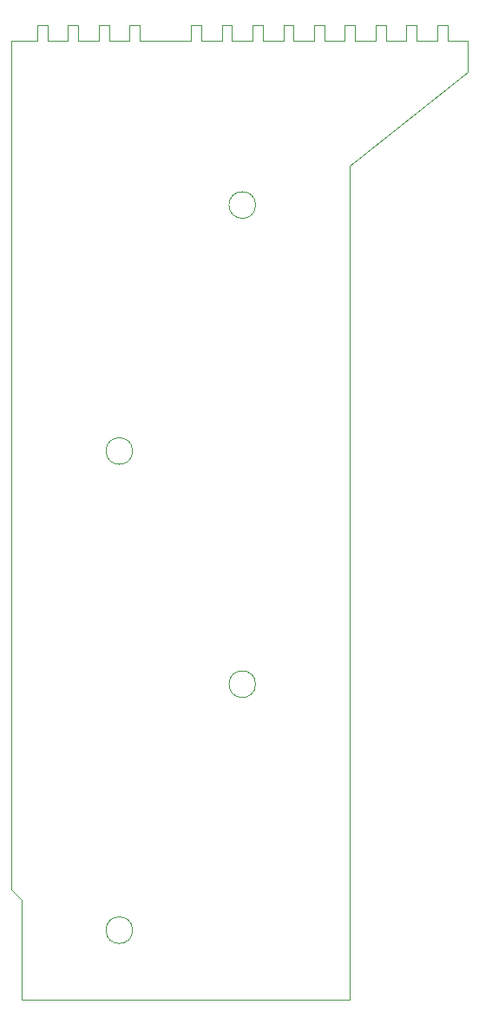
<source format=gbr>
%TF.GenerationSoftware,KiCad,Pcbnew,(6.0.1)*%
%TF.CreationDate,2022-01-31T09:22:11+01:00*%
%TF.ProjectId,GRIPPER_TWO_ADVANCED_CONECTION_BOARD,47524950-5045-4525-9f54-574f5f414456,rev?*%
%TF.SameCoordinates,Original*%
%TF.FileFunction,Profile,NP*%
%FSLAX46Y46*%
G04 Gerber Fmt 4.6, Leading zero omitted, Abs format (unit mm)*
G04 Created by KiCad (PCBNEW (6.0.1)) date 2022-01-31 09:22:11*
%MOMM*%
%LPD*%
G01*
G04 APERTURE LIST*
%TA.AperFunction,Profile*%
%ADD10C,0.050000*%
%TD*%
%TA.AperFunction,Profile*%
%ADD11C,0.100000*%
%TD*%
G04 APERTURE END LIST*
D10*
X157800000Y-60811100D02*
X159800000Y-60811100D01*
X148796400Y-59241100D02*
X147796400Y-59241100D01*
X169800000Y-59230000D02*
X168800000Y-59230000D01*
X157800000Y-59241100D02*
X156800000Y-59241100D01*
X174803600Y-60811100D02*
X172803600Y-60811100D01*
X156800000Y-59241100D02*
X156800000Y-60811100D01*
X172803600Y-59241100D02*
X171803600Y-59241100D01*
X180807200Y-60811100D02*
X178803600Y-60811100D01*
X175803600Y-59241100D02*
X174803600Y-59241100D01*
X141796400Y-59241100D02*
X142796400Y-59241100D01*
X145796400Y-59241100D02*
X144796400Y-59241100D01*
X175803600Y-60811100D02*
X175803600Y-59241100D01*
X140300000Y-154311100D02*
X140296400Y-144622200D01*
X142796400Y-60811100D02*
X144796400Y-60811100D01*
X181807200Y-60811100D02*
X181807200Y-59241100D01*
X163800000Y-59241100D02*
X162800000Y-59241100D01*
X172803600Y-60811100D02*
X172803600Y-59241100D01*
X151800000Y-60811100D02*
X151800000Y-59241100D01*
X177800000Y-60811100D02*
X175803600Y-60811100D01*
X163800000Y-60811100D02*
X163800000Y-59241100D01*
X160800000Y-60811100D02*
X162800000Y-60811100D01*
X165803600Y-59241100D02*
X165803600Y-60811100D01*
X147796400Y-59241100D02*
X147796400Y-60811100D01*
X183807200Y-60811100D02*
X183807200Y-63800000D01*
X172296400Y-73000000D02*
X172296400Y-154311100D01*
X141796400Y-60811100D02*
X139296400Y-60811100D01*
X166803600Y-60811100D02*
X168800000Y-60811100D01*
X166803600Y-59241100D02*
X165803600Y-59241100D01*
X144796400Y-59241100D02*
X144796400Y-60811100D01*
X183807200Y-60811100D02*
X181807200Y-60811100D01*
X177800000Y-59241100D02*
X177800000Y-60811100D01*
X142796400Y-60811100D02*
X142796400Y-59241100D01*
X168800000Y-59230000D02*
X168800000Y-60811100D01*
X181807200Y-59241100D02*
X180807200Y-59241100D01*
X178803600Y-59241100D02*
X177800000Y-59241100D01*
X162800000Y-59241100D02*
X162800000Y-60811100D01*
X159800000Y-59241100D02*
X159800000Y-60811100D01*
X140296400Y-144622200D02*
X139296400Y-143561100D01*
D11*
X151096400Y-100811100D02*
G75*
G03*
X151096400Y-100811100I-1300000J0D01*
G01*
D10*
X171803600Y-60811100D02*
X169800000Y-60811100D01*
X145796400Y-60811100D02*
X147796400Y-60811100D01*
X145796400Y-60811100D02*
X145796400Y-59241100D01*
X140300000Y-154311100D02*
X172296400Y-154311100D01*
X141796400Y-59241100D02*
X141796400Y-60811100D01*
X139296400Y-60811100D02*
X139296400Y-143561100D01*
X166803600Y-60811100D02*
X166803600Y-59241100D01*
X148796400Y-60811100D02*
X148796400Y-59241100D01*
X180807200Y-59241100D02*
X180807200Y-60811100D01*
X183807200Y-63800000D02*
X172296400Y-73000000D01*
D11*
X163096400Y-76811100D02*
G75*
G03*
X163096400Y-76811100I-1300000J0D01*
G01*
D10*
X151800000Y-60811100D02*
X156800000Y-60811100D01*
X160800000Y-59241100D02*
X159800000Y-59241100D01*
D11*
X151096400Y-147561100D02*
G75*
G03*
X151096400Y-147561100I-1300000J0D01*
G01*
D10*
X148796400Y-60811100D02*
X150800000Y-60811100D01*
X160800000Y-60811100D02*
X160800000Y-59241100D01*
X151800000Y-59241100D02*
X150800000Y-59241100D01*
X171803600Y-59241100D02*
X171803600Y-60811100D01*
D11*
X163096400Y-123561100D02*
G75*
G03*
X163096400Y-123561100I-1300000J0D01*
G01*
D10*
X169800000Y-60811100D02*
X169800000Y-59230000D01*
X163800000Y-60811100D02*
X165803600Y-60811100D01*
X174803600Y-59241100D02*
X174803600Y-60811100D01*
X178803600Y-60811100D02*
X178803600Y-59241100D01*
X157800000Y-60811100D02*
X157800000Y-59241100D01*
X150800000Y-59241100D02*
X150800000Y-60811100D01*
M02*

</source>
